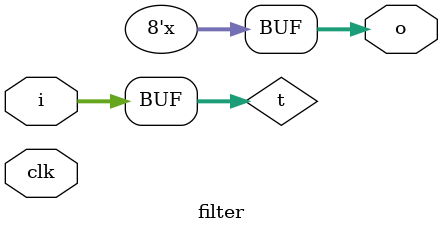
<source format=v>
module music_synthesizer(o, i, clk);

  //Parameter declarations
  parameter N = 20000;
  
  //Port declarations
  input wire[7:0] i;
  output reg[N - 1:0] o;
  input clk;
  
  //Variable declarations
  wire[7:0] x, y, z;
  integer k = 0;
  
  assign x = z + i;
  
  initial begin
    o <= 0;
  end
  
  delay_line delay(y, x, clk);
  filter lp(z, y, clk);
  
  always @(negedge clk)
    #1 o = {o, x};
  
endmodule


module delay_line(out, in, clk);
  
  /*assign values to Parameters
  L = number of samples of delay
  b = number of bits of single sample
  */
  parameter L= 100;
  parameter b = 8;

  /*Port declarations
  Input and output of the delay line are 8 bit values
  Clock is one bit value*/
  input wire[7:0] in;
  input wire clk;
  output reg[7:0] out;
  
  /*Datatype declarations
  array called 'a' of size L where each element of array is 8  bit value*/
  /*integer variable which will be used in the for loop as counter*/
  reg [7:0]a[L-1:0];
  
         
  
  /*Initial block
   Initialise all elements of array 'a' to zero
   Initialise output to zero*/
  
  integer i;
   initial begin
     out = 0;
     for (i=0;i<L;i=i+1) begin
       a[i]=0;
    end
end

  always @(negedge clk) begin
   /* Assign last element of array 'a' to output out
    Shift all elements of array one position towards higher   index
    Assign input to first element of array 'a' */
    out <= a[L-1];
    for (i=L-1;i>0;i=i-1) begin
      a[i] = a[i-1];
    end
    
    a[0] = in;
    
  end
  
endmodule

module filter(o, i, clk);
  
//Port declarations
output reg[7:0] o;
input wire[7:0] i;
input wire clk;
  
//Datatype declaration
  reg[7:0] t = 0;
  
  always @(i) begin
    o = (t >> 1) + (i >> 1);
    t = i;
  end
    
endmodule

</source>
